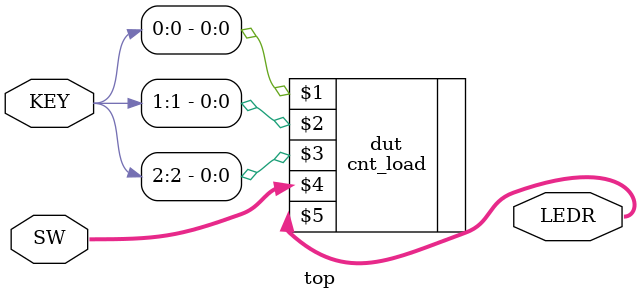
<source format=v>
module top (SW, KEY, LEDR);

    input wire [9:0] SW;        // DE-series switches
    input wire [3:0] KEY;       // DE-series pushbuttons

    output wire [9:0] LEDR;     // DE-series LEDs   

    cnt_load dut (KEY[0], KEY[1], KEY[2], SW, LEDR);
 
endmodule


</source>
